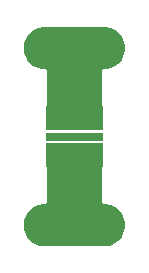
<source format=gbr>
%TF.GenerationSoftware,KiCad,Pcbnew,6.0.1-79c1e3a40b~116~ubuntu20.04.1*%
%TF.CreationDate,2022-01-27T22:03:17+01:00*%
%TF.ProjectId,pcb-connector,7063622d-636f-46e6-9e65-63746f722e6b,rev?*%
%TF.SameCoordinates,Original*%
%TF.FileFunction,Copper,L1,Top*%
%TF.FilePolarity,Positive*%
%FSLAX46Y46*%
G04 Gerber Fmt 4.6, Leading zero omitted, Abs format (unit mm)*
G04 Created by KiCad (PCBNEW 6.0.1-79c1e3a40b~116~ubuntu20.04.1) date 2022-01-27 22:03:17*
%MOMM*%
%LPD*%
G01*
G04 APERTURE LIST*
%TA.AperFunction,SMDPad,CuDef*%
%ADD10R,3.000000X0.800000*%
%TD*%
%TA.AperFunction,ComponentPad*%
%ADD11C,0.800000*%
%TD*%
%TA.AperFunction,SMDPad,CuDef*%
%ADD12R,3.000000X2.000000*%
%TD*%
%TA.AperFunction,ComponentPad*%
%ADD13C,3.400000*%
%TD*%
G04 APERTURE END LIST*
D10*
%TO.P,J2,1,Pin_1*%
%TO.N,Net-(J1-Pad1)*%
X148500000Y-82500000D03*
D11*
%TO.P,J2,2,Pin_2*%
%TO.N,GND*%
X148000000Y-84000000D03*
X149000000Y-84100000D03*
X149500000Y-81500000D03*
X147500000Y-81500000D03*
X149500000Y-83500000D03*
D12*
X148500000Y-80900000D03*
X148500000Y-84100000D03*
D11*
X148000000Y-81000000D03*
X149000000Y-81000000D03*
X148500000Y-81500000D03*
X147500000Y-83500000D03*
X148500000Y-83500000D03*
%TD*%
D10*
%TO.P,J1,1,Pin_1*%
%TO.N,Net-(J1-Pad1)*%
X146500000Y-82500000D03*
D11*
%TO.P,J1,2,Pin_2*%
%TO.N,GND*%
X147000000Y-81000000D03*
X146000000Y-80900000D03*
X145500000Y-83500000D03*
X147500000Y-83500000D03*
X145500000Y-81500000D03*
D12*
X146500000Y-84100000D03*
X146500000Y-80900000D03*
D11*
X147000000Y-84000000D03*
X146000000Y-84000000D03*
X146500000Y-83500000D03*
X147500000Y-81500000D03*
X146500000Y-81500000D03*
%TD*%
D13*
%TO.P,H4,1,1*%
%TO.N,GND*%
X145000000Y-90000000D03*
%TD*%
%TO.P,H3,1,1*%
%TO.N,GND*%
X150000000Y-75000000D03*
%TD*%
%TO.P,H1,1,1*%
%TO.N,GND*%
X145000000Y-75000000D03*
%TD*%
%TO.P,H2,1,1*%
%TO.N,GND*%
X150000000Y-90000000D03*
%TD*%
%TA.AperFunction,Conductor*%
%TO.N,GND*%
G36*
X149759191Y-83119407D02*
G01*
X149795155Y-83168907D01*
X149800000Y-83199500D01*
X149800000Y-87994123D01*
X149799955Y-88045449D01*
X149804781Y-88055498D01*
X149804781Y-88055500D01*
X149805185Y-88056341D01*
X149812463Y-88077183D01*
X149812670Y-88078093D01*
X149812672Y-88078096D01*
X149815150Y-88088962D01*
X149822097Y-88097680D01*
X149822520Y-88098211D01*
X149834334Y-88117046D01*
X149834625Y-88117653D01*
X149834628Y-88117657D01*
X149839453Y-88127705D01*
X149848893Y-88135254D01*
X149864484Y-88150872D01*
X149872015Y-88160323D01*
X149882058Y-88165167D01*
X149882663Y-88165459D01*
X149901478Y-88177308D01*
X149902005Y-88177730D01*
X149902010Y-88177732D01*
X149910715Y-88184694D01*
X149922405Y-88187382D01*
X149922492Y-88187402D01*
X149943318Y-88194715D01*
X149954202Y-88199965D01*
X149966018Y-88199975D01*
X149988120Y-88202494D01*
X149988774Y-88202644D01*
X149988775Y-88202644D01*
X149999642Y-88205143D01*
X150010517Y-88202682D01*
X150021663Y-88202702D01*
X150021662Y-88203015D01*
X150031612Y-88202261D01*
X150249112Y-88217816D01*
X150263088Y-88219827D01*
X150500200Y-88271408D01*
X150513747Y-88275385D01*
X150603110Y-88308716D01*
X150741113Y-88360188D01*
X150753962Y-88366056D01*
X150966938Y-88482351D01*
X150978820Y-88489987D01*
X151173077Y-88635405D01*
X151183753Y-88644655D01*
X151355345Y-88816247D01*
X151364595Y-88826923D01*
X151510013Y-89021180D01*
X151517649Y-89033062D01*
X151633944Y-89246038D01*
X151639812Y-89258887D01*
X151724614Y-89486250D01*
X151728593Y-89499803D01*
X151780173Y-89736909D01*
X151782184Y-89750891D01*
X151799495Y-89992938D01*
X151799495Y-90007062D01*
X151782184Y-90249109D01*
X151780173Y-90263091D01*
X151728593Y-90500197D01*
X151724614Y-90513750D01*
X151639812Y-90741113D01*
X151633944Y-90753962D01*
X151517649Y-90966938D01*
X151510013Y-90978820D01*
X151364595Y-91173077D01*
X151355345Y-91183753D01*
X151183753Y-91355345D01*
X151173077Y-91364595D01*
X150978820Y-91510013D01*
X150966938Y-91517649D01*
X150753962Y-91633944D01*
X150741113Y-91639812D01*
X150603110Y-91691284D01*
X150513747Y-91724615D01*
X150500200Y-91728592D01*
X150263088Y-91780173D01*
X150249112Y-91782184D01*
X150032127Y-91797702D01*
X150022372Y-91796946D01*
X150022371Y-91797374D01*
X150011221Y-91797355D01*
X150000358Y-91794857D01*
X149989486Y-91797317D01*
X149989485Y-91797317D01*
X149988417Y-91797559D01*
X149966568Y-91800000D01*
X145033960Y-91800000D01*
X145011773Y-91797482D01*
X145000358Y-91794857D01*
X144989483Y-91797318D01*
X144978337Y-91797298D01*
X144978338Y-91796985D01*
X144968388Y-91797739D01*
X144750888Y-91782184D01*
X144736912Y-91780173D01*
X144499800Y-91728592D01*
X144486253Y-91724615D01*
X144396890Y-91691284D01*
X144258887Y-91639812D01*
X144246038Y-91633944D01*
X144033062Y-91517649D01*
X144021180Y-91510013D01*
X143826923Y-91364595D01*
X143816247Y-91355345D01*
X143644655Y-91183753D01*
X143635405Y-91173077D01*
X143489987Y-90978820D01*
X143482351Y-90966938D01*
X143366056Y-90753962D01*
X143360188Y-90741113D01*
X143275386Y-90513750D01*
X143271407Y-90500197D01*
X143219827Y-90263091D01*
X143217816Y-90249109D01*
X143200505Y-90007062D01*
X143200505Y-89992938D01*
X143217816Y-89750891D01*
X143219827Y-89736909D01*
X143271407Y-89499803D01*
X143275386Y-89486250D01*
X143360188Y-89258887D01*
X143366056Y-89246038D01*
X143482351Y-89033062D01*
X143489987Y-89021180D01*
X143635405Y-88826923D01*
X143644655Y-88816247D01*
X143816247Y-88644655D01*
X143826923Y-88635405D01*
X144021180Y-88489987D01*
X144033062Y-88482351D01*
X144246038Y-88366056D01*
X144258887Y-88360188D01*
X144396890Y-88308716D01*
X144486253Y-88275385D01*
X144499800Y-88271408D01*
X144736912Y-88219827D01*
X144750888Y-88217816D01*
X144967873Y-88202298D01*
X144977628Y-88203054D01*
X144977629Y-88202626D01*
X144988779Y-88202645D01*
X144999642Y-88205143D01*
X145010514Y-88202683D01*
X145010515Y-88202683D01*
X145010904Y-88202595D01*
X145011434Y-88202475D01*
X145033360Y-88200035D01*
X145034298Y-88200036D01*
X145034301Y-88200035D01*
X145045449Y-88200045D01*
X145056106Y-88194928D01*
X145077110Y-88187614D01*
X145077765Y-88187466D01*
X145077767Y-88187465D01*
X145088639Y-88185005D01*
X145098106Y-88177488D01*
X145116809Y-88165779D01*
X145127705Y-88160547D01*
X145134666Y-88151843D01*
X145134667Y-88151842D01*
X145135087Y-88151316D01*
X145150843Y-88135615D01*
X145151367Y-88135199D01*
X145151369Y-88135197D01*
X145160100Y-88128264D01*
X145165370Y-88117387D01*
X145177147Y-88098722D01*
X145177731Y-88097992D01*
X145177731Y-88097991D01*
X145184694Y-88089285D01*
X145187192Y-88078422D01*
X145187194Y-88078417D01*
X145187344Y-88077764D01*
X145194733Y-88056780D01*
X145195025Y-88056178D01*
X145195025Y-88056177D01*
X145199885Y-88046147D01*
X145199946Y-88022959D01*
X145201667Y-88022964D01*
X145201643Y-88022723D01*
X145200000Y-88022723D01*
X145200000Y-88002242D01*
X145200122Y-87955703D01*
X145200122Y-87955702D01*
X145200124Y-87954900D01*
X145200005Y-87954650D01*
X145200000Y-87954610D01*
X145200000Y-83199500D01*
X145218907Y-83141309D01*
X145268407Y-83105345D01*
X145299000Y-83100500D01*
X149701000Y-83100500D01*
X149759191Y-83119407D01*
G37*
%TD.AperFunction*%
%TA.AperFunction,Conductor*%
G36*
X149988227Y-73202518D02*
G01*
X149999642Y-73205143D01*
X150010517Y-73202682D01*
X150021663Y-73202702D01*
X150021662Y-73203015D01*
X150031612Y-73202261D01*
X150249112Y-73217816D01*
X150263088Y-73219827D01*
X150500200Y-73271408D01*
X150513747Y-73275385D01*
X150603110Y-73308716D01*
X150741113Y-73360188D01*
X150753962Y-73366056D01*
X150966938Y-73482351D01*
X150978820Y-73489987D01*
X151173077Y-73635405D01*
X151183753Y-73644655D01*
X151355345Y-73816247D01*
X151364595Y-73826923D01*
X151510013Y-74021180D01*
X151517649Y-74033062D01*
X151633944Y-74246038D01*
X151639812Y-74258887D01*
X151724614Y-74486250D01*
X151728593Y-74499803D01*
X151780173Y-74736909D01*
X151782184Y-74750891D01*
X151799495Y-74992938D01*
X151799495Y-75007062D01*
X151782184Y-75249109D01*
X151780173Y-75263091D01*
X151728593Y-75500197D01*
X151724614Y-75513750D01*
X151639812Y-75741113D01*
X151633944Y-75753962D01*
X151517649Y-75966938D01*
X151510013Y-75978820D01*
X151364595Y-76173077D01*
X151355345Y-76183753D01*
X151183753Y-76355345D01*
X151173077Y-76364595D01*
X150978820Y-76510013D01*
X150966938Y-76517649D01*
X150753962Y-76633944D01*
X150741113Y-76639812D01*
X150603110Y-76691284D01*
X150513747Y-76724615D01*
X150500200Y-76728592D01*
X150263088Y-76780173D01*
X150249112Y-76782184D01*
X150032127Y-76797702D01*
X150022372Y-76796946D01*
X150022371Y-76797374D01*
X150011221Y-76797355D01*
X150000358Y-76794857D01*
X149989486Y-76797317D01*
X149989485Y-76797317D01*
X149989096Y-76797405D01*
X149988566Y-76797525D01*
X149966640Y-76799965D01*
X149965702Y-76799964D01*
X149965699Y-76799965D01*
X149954551Y-76799955D01*
X149943894Y-76805072D01*
X149922890Y-76812386D01*
X149922235Y-76812534D01*
X149922233Y-76812535D01*
X149911361Y-76814995D01*
X149901894Y-76822512D01*
X149883193Y-76834220D01*
X149872295Y-76839453D01*
X149865334Y-76848157D01*
X149865333Y-76848158D01*
X149864913Y-76848684D01*
X149849157Y-76864385D01*
X149848633Y-76864801D01*
X149848631Y-76864803D01*
X149839900Y-76871736D01*
X149835039Y-76881770D01*
X149835038Y-76881771D01*
X149834630Y-76882613D01*
X149822853Y-76901278D01*
X149815306Y-76910715D01*
X149812808Y-76921578D01*
X149812806Y-76921583D01*
X149812656Y-76922236D01*
X149805267Y-76943220D01*
X149800115Y-76953853D01*
X149800054Y-76977041D01*
X149798333Y-76977036D01*
X149798357Y-76977277D01*
X149800000Y-76977277D01*
X149800000Y-76997758D01*
X149799876Y-77045100D01*
X149799995Y-77045350D01*
X149800000Y-77045390D01*
X149800000Y-81800500D01*
X149781093Y-81858691D01*
X149731593Y-81894655D01*
X149701000Y-81899500D01*
X145299000Y-81899500D01*
X145240809Y-81880593D01*
X145204845Y-81831093D01*
X145200000Y-81800500D01*
X145200000Y-77005877D01*
X145200035Y-76965700D01*
X145200045Y-76954551D01*
X145194815Y-76943659D01*
X145187537Y-76922817D01*
X145187330Y-76921907D01*
X145187328Y-76921904D01*
X145184850Y-76911038D01*
X145177480Y-76901789D01*
X145165666Y-76882954D01*
X145165375Y-76882347D01*
X145165372Y-76882343D01*
X145160547Y-76872295D01*
X145151107Y-76864746D01*
X145135516Y-76849128D01*
X145127985Y-76839677D01*
X145117337Y-76834541D01*
X145098522Y-76822692D01*
X145097995Y-76822270D01*
X145097990Y-76822268D01*
X145089285Y-76815306D01*
X145077508Y-76812598D01*
X145056682Y-76805285D01*
X145055836Y-76804877D01*
X145045798Y-76800035D01*
X145033982Y-76800025D01*
X145011880Y-76797506D01*
X145011226Y-76797356D01*
X145011225Y-76797356D01*
X145000358Y-76794857D01*
X144989483Y-76797318D01*
X144978337Y-76797298D01*
X144978338Y-76796985D01*
X144968388Y-76797739D01*
X144750888Y-76782184D01*
X144736912Y-76780173D01*
X144499800Y-76728592D01*
X144486253Y-76724615D01*
X144396890Y-76691284D01*
X144258887Y-76639812D01*
X144246038Y-76633944D01*
X144033062Y-76517649D01*
X144021180Y-76510013D01*
X143826923Y-76364595D01*
X143816247Y-76355345D01*
X143644655Y-76183753D01*
X143635405Y-76173077D01*
X143489987Y-75978820D01*
X143482351Y-75966938D01*
X143366056Y-75753962D01*
X143360188Y-75741113D01*
X143275386Y-75513750D01*
X143271407Y-75500197D01*
X143219827Y-75263091D01*
X143217816Y-75249109D01*
X143200505Y-75007062D01*
X143200505Y-74992938D01*
X143217816Y-74750891D01*
X143219827Y-74736909D01*
X143271407Y-74499803D01*
X143275386Y-74486250D01*
X143360188Y-74258887D01*
X143366056Y-74246038D01*
X143482351Y-74033062D01*
X143489987Y-74021180D01*
X143635405Y-73826923D01*
X143644655Y-73816247D01*
X143816247Y-73644655D01*
X143826923Y-73635405D01*
X144021180Y-73489987D01*
X144033062Y-73482351D01*
X144246038Y-73366056D01*
X144258887Y-73360188D01*
X144396890Y-73308716D01*
X144486253Y-73275385D01*
X144499800Y-73271408D01*
X144736912Y-73219827D01*
X144750888Y-73217816D01*
X144967873Y-73202298D01*
X144977628Y-73203054D01*
X144977629Y-73202626D01*
X144988779Y-73202645D01*
X144999642Y-73205143D01*
X145010514Y-73202683D01*
X145010515Y-73202683D01*
X145011583Y-73202441D01*
X145033432Y-73200000D01*
X149966040Y-73200000D01*
X149988227Y-73202518D01*
G37*
%TD.AperFunction*%
%TD*%
M02*

</source>
